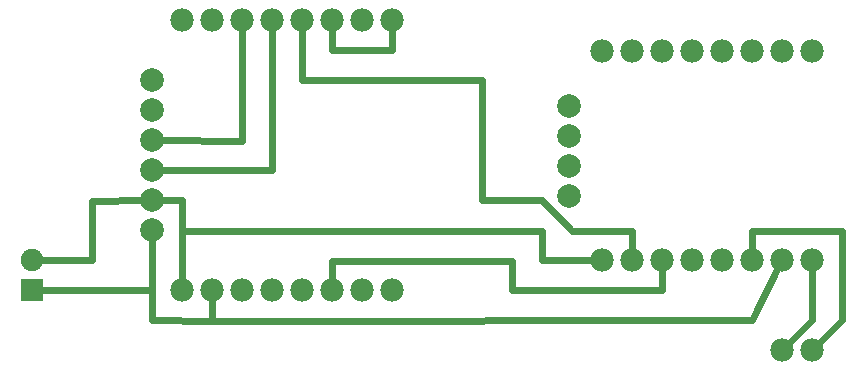
<source format=gtl>
G04 MADE WITH FRITZING*
G04 WWW.FRITZING.ORG*
G04 DOUBLE SIDED*
G04 HOLES PLATED*
G04 CONTOUR ON CENTER OF CONTOUR VECTOR*
%ASAXBY*%
%FSLAX23Y23*%
%MOIN*%
%OFA0B0*%
%SFA1.0B1.0*%
%ADD10C,0.077701*%
%ADD11C,0.077778*%
%ADD12C,0.078861*%
%ADD13C,0.078833*%
%ADD14C,0.075000*%
%ADD15C,0.078000*%
%ADD16R,0.075000X0.075000*%
%ADD17C,0.024000*%
%LNCOPPER1*%
G90*
G70*
G54D10*
X2211Y510D03*
X2311Y510D03*
X2411Y510D03*
X2511Y510D03*
X2611Y510D03*
X2711Y510D03*
X2811Y510D03*
X2911Y510D03*
X2211Y1209D03*
X2311Y1209D03*
X2411Y1209D03*
X2511Y1209D03*
X2611Y1209D03*
X2711Y1209D03*
X2811Y1209D03*
X2911Y1209D03*
G54D11*
X1511Y1310D03*
X1411Y1310D03*
X1311Y1310D03*
X1211Y1310D03*
X1111Y1310D03*
X1011Y1310D03*
X911Y1310D03*
X811Y1310D03*
X811Y410D03*
X911Y410D03*
X1011Y410D03*
X1111Y410D03*
X1211Y410D03*
X1311Y410D03*
X1411Y410D03*
X1511Y410D03*
G54D12*
X711Y610D03*
X711Y710D03*
X711Y810D03*
X711Y910D03*
X711Y1010D03*
X711Y1110D03*
G54D13*
X2101Y726D03*
X2101Y826D03*
X2101Y926D03*
X2101Y1026D03*
G54D14*
X311Y410D03*
X311Y510D03*
G54D15*
X2811Y210D03*
X2911Y210D03*
G54D16*
X311Y410D03*
G54D17*
X736Y810D02*
X1110Y811D01*
D02*
X736Y910D02*
X1012Y909D01*
D02*
X736Y710D02*
X810Y710D01*
D02*
X711Y585D02*
X710Y310D01*
D02*
X1310Y1211D02*
X1311Y1292D01*
D02*
X1510Y1211D02*
X1310Y1211D01*
D02*
X1511Y1292D02*
X1510Y1211D01*
D02*
X2011Y710D02*
X1810Y711D01*
D02*
X2311Y609D02*
X2111Y609D01*
D02*
X1812Y1111D02*
X1211Y1111D01*
D02*
X1810Y711D02*
X1812Y1111D01*
D02*
X2111Y609D02*
X2011Y710D01*
D02*
X2311Y528D02*
X2311Y609D01*
D02*
X1211Y1111D02*
X1211Y1292D01*
D02*
X2411Y492D02*
X2411Y411D01*
D02*
X2411Y411D02*
X1912Y410D01*
D02*
X1912Y410D02*
X1912Y509D01*
D02*
X1912Y509D02*
X1310Y509D01*
D02*
X1310Y509D02*
X1311Y428D01*
D02*
X2011Y510D02*
X2011Y609D01*
D02*
X810Y609D02*
X811Y428D01*
D02*
X2011Y609D02*
X810Y609D01*
D02*
X2193Y510D02*
X2011Y510D01*
D02*
X911Y309D02*
X911Y392D01*
D02*
X2802Y494D02*
X2711Y310D01*
D02*
X2711Y310D02*
X911Y309D01*
D02*
X911Y309D02*
X911Y392D01*
D02*
X710Y310D02*
X911Y309D01*
D02*
X810Y710D02*
X811Y428D01*
D02*
X1110Y811D02*
X1111Y1292D01*
D02*
X1012Y909D02*
X1011Y1292D01*
D02*
X510Y709D02*
X510Y510D01*
D02*
X510Y510D02*
X328Y510D01*
D02*
X685Y710D02*
X510Y709D01*
D02*
X710Y410D02*
X328Y410D01*
D02*
X711Y585D02*
X710Y410D01*
D02*
X3010Y310D02*
X3011Y609D01*
D02*
X2711Y609D02*
X2711Y528D01*
D02*
X3011Y609D02*
X2711Y609D01*
D02*
X2924Y224D02*
X3010Y310D01*
D02*
X2911Y310D02*
X2911Y510D01*
D02*
X2911Y510D02*
X2926Y520D01*
D02*
X2824Y224D02*
X2911Y310D01*
G04 End of Copper1*
M02*
</source>
